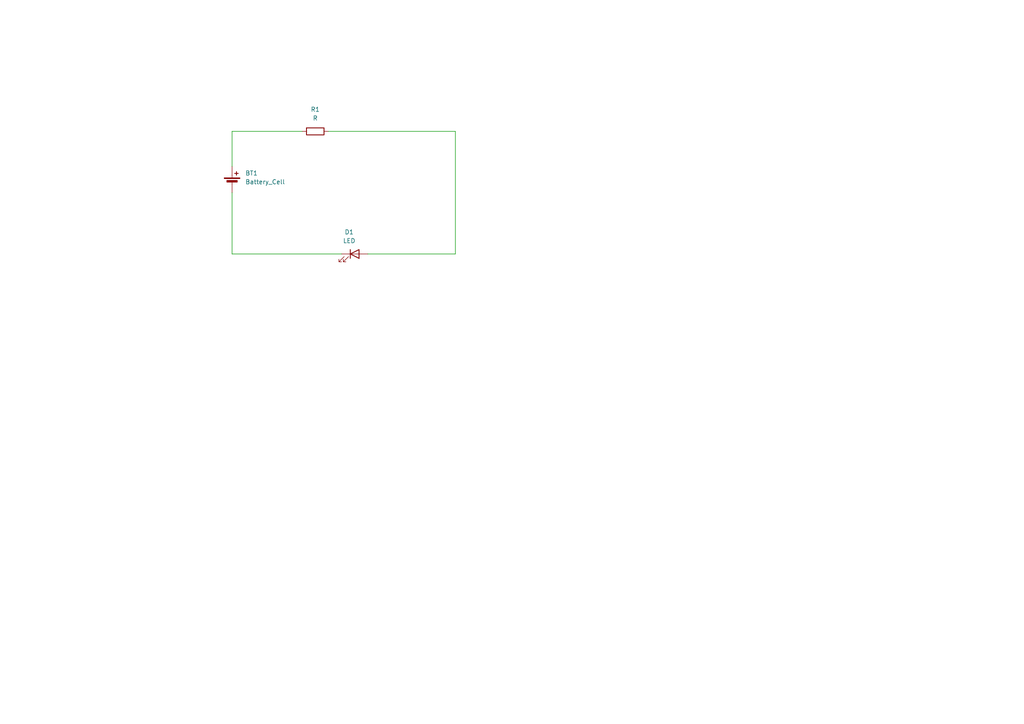
<source format=kicad_sch>
(kicad_sch (version 20231120) (generator "eeschema") (generator_version "8.0")
  (paper "A4")
  (title_block (title "AO LED First Project") (date "2024-10-08") (rev "1.0"))
  (lib_symbols
    (symbol "Device:Battery_Cell" (pin_numbers hide) (pin_names (offset 0) hide)
      (property "Reference" "BT" (at 2.54 2.54 0))
      (property "Value" "Battery_Cell" (at 2.54 0 0))
      (symbol "Battery_Cell_0_1"
        (rectangle (start -2.286 1.778) (end 2.286 1.524) (fill (type outline)))
        (rectangle (start -1.524 1.016) (end 1.524 0.508) (fill (type outline)))
        (polyline (pts (xy 0 0.762) (xy 0 0)))
        (polyline (pts (xy 0 1.778) (xy 0 2.54)))
        (polyline (pts (xy 0.762 3.048) (xy 1.778 3.048)) (stroke (width 0.254)))
        (polyline (pts (xy 1.27 3.556) (xy 1.27 2.54)) (stroke (width 0.254)))
      )
      (symbol "Battery_Cell_1_1"
        (pin passive line (at 0 5.08 270) (length 2.54) (name "+") (number "1"))
        (pin passive line (at 0 -2.54 90) (length 2.54) (name "-") (number "2"))
      )
    )
    (symbol "Device:LED" (pin_numbers hide) (pin_names (offset 1.016) hide)
      (property "Reference" "D" (at 0 2.54 0))
      (property "Value" "LED" (at 0 -2.54 0))
      (symbol "LED_0_1"
        (polyline (pts (xy -1.27 -1.27) (xy -1.27 1.27)) (stroke (width 0.254)))
        (polyline (pts (xy -1.27 0) (xy 1.27 0)))
        (polyline (pts (xy 1.27 -1.27) (xy 1.27 1.27) (xy -1.27 0) (xy 1.27 -1.27)) (stroke (width 0.254)))
        (polyline (pts (xy -3.048 -0.762) (xy -4.572 -2.286) (xy -3.81 -2.286) (xy -4.572 -2.286) (xy -4.572 -1.524)))
        (polyline (pts (xy -1.778 -0.762) (xy -3.302 -2.286) (xy -2.54 -2.286) (xy -3.302 -2.286) (xy -3.302 -1.524)))
      )
      (symbol "LED_1_1"
        (pin passive line (at -3.81 0 0) (length 2.54) (name "K") (number "1"))
        (pin passive line (at 3.81 0 180) (length 2.54) (name "A") (number "2"))
      )
    )
    (symbol "Device:R" (pin_numbers hide) (pin_names (offset 0))
      (property "Reference" "R" (at 2.032 0 90))
      (property "Value" "R" (at 0 0 90))
      (symbol "R_0_1"
        (rectangle (start -1.016 -2.54) (end 1.016 2.54) (stroke (width 0.254)))
      )
      (symbol "R_1_1"
        (pin passive line (at 0 3.81 270) (length 1.27) (name "~") (number "1"))
        (pin passive line (at 0 -3.81 90) (length 1.27) (name "~") (number "2"))
      )
    )
  )
  (wire (pts (xy 67.31 48.26) (xy 67.31 38.1)))
  (wire (pts (xy 67.31 73.66) (xy 99.06 73.66)))
  (wire (pts (xy 95.25 38.1) (xy 132.08 38.1)))
  (wire (pts (xy 106.68 73.66) (xy 132.08 73.66)))
  (wire (pts (xy 132.08 38.1) (xy 132.08 73.66)))
  (wire (pts (xy 67.31 73.66) (xy 67.31 55.88)))
  (wire (pts (xy 67.31 38.1) (xy 87.63 38.1)))
  (symbol (lib_id "Device:Battery_Cell") (at 67.31 53.34 0) (unit 1)
    (property "Reference" "BT1" (at 71.12 50.2284 0) (effects (justify left)))
    (property "Value" "Battery_Cell" (at 71.12 52.7684 0) (effects (justify left)))
    (property "Footprint" "Battery:BatteryHolder_Seiko_MS621F" (effects (hide yes)))
    (property "Description" "Single-cell battery" (effects (hide yes)))
  )
  (symbol (lib_id "Device:R") (at 91.44 38.1 90) (unit 1)
    (property "Reference" "R1" (at 91.44 31.75 90))
    (property "Value" "R" (at 91.44 34.29 90))
    (property "Footprint" "Resistor_SMD:R_0805_2012Metric_Pad1.20x1.40mm_HandSolder" (effects (hide yes)))
    (property "Description" "Resistor" (effects (hide yes)))
  )
  (symbol (lib_id "Device:LED") (at 102.87 73.66 0) (unit 1)
    (property "Reference" "D1" (at 101.2825 67.31 0))
    (property "Value" "LED" (at 101.2825 69.85 0))
    (property "Footprint" "LED_SMD:LED_0805_2012Metric_Pad1.15x1.40mm_HandSolder" (effects (hide yes)))
    (property "Description" "Light emitting diode" (effects (hide yes)))
  )
)
</source>
